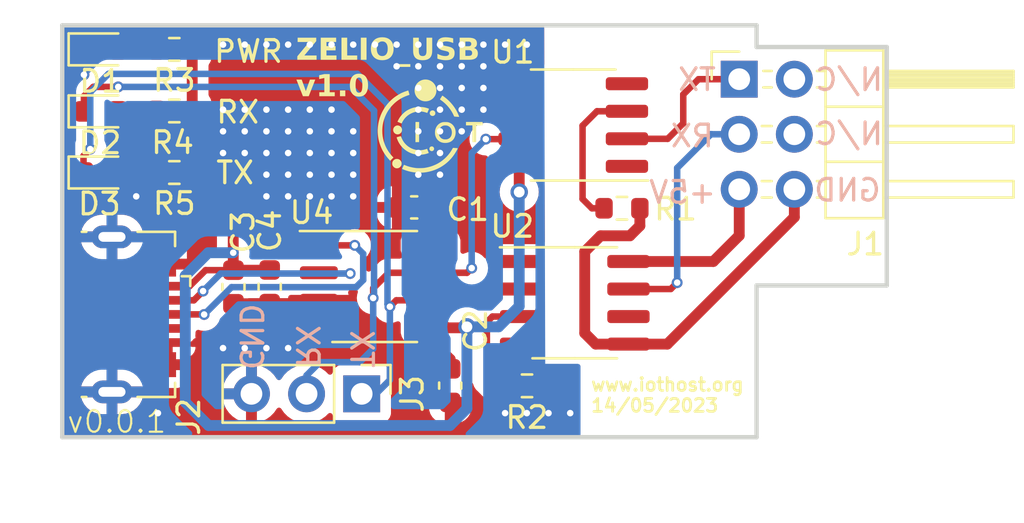
<source format=kicad_pcb>
(kicad_pcb (version 20221018) (generator pcbnew)
  (layers (0 "F.Cu" signal) (31 "B.Cu" signal) (34 "B.Paste" user) (35 "F.Paste" user) (36 "B.SilkS" user "B.Silkscreen") (37 "F.SilkS" user "F.Silkscreen") (38 "B.Mask" user) (39 "F.Mask" user) (44 "Edge.Cuts" user))
  (net 0 "")
  (net 1 "Net-(U4-V3)")
  (net 2 "GND")
  (net 3 "/+5V_USB")
  (net 4 "Net-(D1-A)")
  (net 5 "/RX")
  (net 6 "Net-(D2-A)")
  (net 7 "/TX")
  (net 8 "Net-(D3-A)")
  (net 9 "Net-(J1-Pin_1)")
  (net 11 "Net-(J1-Pin_3)")
  (net 13 "Net-(J1-Pin_5)")
  (net 14 "Earth")
  (net 15 "Net-(J2-D-)")
  (net 16 "Net-(J2-D+)")
  (net 18 "Net-(R1-Pad1)")
  (net 19 "Net-(R2-Pad1)")
  (footprint "Connector_PinHeader_2.54mm:PinHeader_2x03_P2.54mm_Horizontal" (layer "F.Cu") (at 142.79 49.595)
    (fp_text reference "J1" (at 5.81 7.605) (layer "F.SilkS"))
    (fp_text value "Con_Zelio2x3")
    (pad "1" thru_hole rect (at 0 0) (size 1.7 1.7) (drill 1) (layers "*.Cu" "*.Mask") (net 9 "Net-(J1-Pin_1)"))
    (pad "2" thru_hole oval (at 2.54 0) (size 1.7 1.7) (drill 1) (layers "*.Cu" "*.Mask"))
    (pad "3" thru_hole oval (at 0 2.54) (size 1.7 1.7) (drill 1) (layers "*.Cu" "*.Mask") (net 11 "Net-(J1-Pin_3)"))
    (pad "4" thru_hole oval (at 2.54 2.54) (size 1.7 1.7) (drill 1) (layers "*.Cu" "*.Mask"))
    (pad "5" thru_hole oval (at 0 5.08) (size 1.7 1.7) (drill 1) (layers "*.Cu" "*.Mask") (net 13 "Net-(J1-Pin_5)"))
    (pad "6" thru_hole oval (at 2.54 5.08) (size 1.7 1.7) (drill 1) (layers "*.Cu" "*.Mask") (net 14 "Earth"))
  )
  (footprint "Connector_PinHeader_2.54mm:PinHeader_1x03_P2.54mm_Vertical" (layer "F.Cu") (at 125.39 64.11 -90)
    (fp_text reference "J3" (at 0 -2.33 90) (layer "F.SilkS"))
    (fp_text value "Con_Aux_RS232")
    (pad "1" thru_hole rect (at 0 0 270) (size 1.7 1.7) (drill 1) (layers "*.Cu" "*.Mask") (net 7 "/TX"))
    (pad "2" thru_hole oval (at 0 2.54 270) (size 1.7 1.7) (drill 1) (layers "*.Cu" "*.Mask") (net 5 "/RX"))
    (pad "3" thru_hole oval (at 0 5.08 270) (size 1.7 1.7) (drill 1) (layers "*.Cu" "*.Mask") (net 2 "GND"))
  )
  (footprint "Package_SO:SO-8_3.9x4.9mm_P1.27mm" (layer "F.Cu") (at 125.99 59.16)
    (fp_text reference "U4" (at -2.91 -3.41) (layer "F.SilkS"))
    (fp_text value "CH340N/SOP8")
    (pad "1" smd roundrect (at -2.575 -1.905) (size 1.75 0.6) (layers "F.Cu" "F.Paste" "F.Mask") (net 16 "Net-(J2-D+)"))
    (pad "2" smd roundrect (at -2.575 -0.635) (size 1.75 0.6) (layers "F.Cu" "F.Paste" "F.Mask") (net 15 "Net-(J2-D-)"))
    (pad "3" smd roundrect (at -2.575 0.635) (size 1.75 0.6) (layers "F.Cu" "F.Paste" "F.Mask") (net 2 "GND"))
    (pad "4" smd roundrect (at -2.575 1.905) (size 1.75 0.6) (layers "F.Cu" "F.Paste" "F.Mask"))
    (pad "5" smd roundrect (at 2.575 1.905) (size 1.75 0.6) (layers "F.Cu" "F.Paste" "F.Mask") (net 3 "/+5V_USB"))
    (pad "6" smd roundrect (at 2.575 0.635) (size 1.75 0.6) (layers "F.Cu" "F.Paste" "F.Mask") (net 7 "/TX"))
    (pad "7" smd roundrect (at 2.575 -0.635) (size 1.75 0.6) (layers "F.Cu" "F.Paste" "F.Mask") (net 5 "/RX"))
    (pad "8" smd roundrect (at 2.575 -1.905) (size 1.75 0.6) (layers "F.Cu" "F.Paste" "F.Mask") (net 1 "Net-(U4-V3)"))
  )
  (footprint "Resistor_SMD:R_0603_1608Metric" (layer "F.Cu") (at 116.755 51.06 180)
    (fp_text reference "R4" (at 0.08 -1.46) (layer "F.SilkS"))
    (fp_text value "R0603/1K0")
    (pad "1" smd roundrect (at -0.825 0 180) (size 0.8 0.95) (layers "F.Cu" "F.Paste" "F.Mask") (net 3 "/+5V_USB"))
    (pad "2" smd roundrect (at 0.825 0 180) (size 0.8 0.95) (layers "F.Cu" "F.Paste" "F.Mask") (net 6 "Net-(D2-A)"))
  )
  (footprint "LibraryLogo:logo" (layer "F.Cu") (at 128.52 51.87)
    (fp_text reference "G***" hide)
    (fp_text value "LOGO" hide)
  )
  (footprint "LED_SMD:LED_0603_1608Metric" (layer "F.Cu") (at 113.37 51.08)
    (fp_text reference "D2" (at -0.04 1.45) (layer "F.SilkS"))
    (fp_text value "RX/YELLOW")
    (pad "1" smd roundrect (at -0.7875 0) (size 0.875 0.95) (layers "F.Cu" "F.Paste" "F.Mask") (net 5 "/RX"))
    (pad "2" smd roundrect (at 0.7875 0) (size 0.875 0.95) (layers "F.Cu" "F.Paste" "F.Mask") (net 6 "Net-(D2-A)"))
  )
  (footprint "Capacitor_SMD:C_0603_1608Metric" (layer "F.Cu") (at 127.81 55.51 180)
    (fp_text reference "C1" (at -2.465 -0.1) (layer "F.SilkS"))
    (fp_text value "C0603/100nF")
    (pad "1" smd roundrect (at -0.775 0 180) (size 0.9 0.95) (layers "F.Cu" "F.Paste" "F.Mask") (net 1 "Net-(U4-V3)"))
    (pad "2" smd roundrect (at 0.775 0 180) (size 0.9 0.95) (layers "F.Cu" "F.Paste" "F.Mask") (net 2 "GND"))
  )
  (footprint "LED_SMD:LED_0603_1608Metric" (layer "F.Cu") (at 113.37 48.22)
    (fp_text reference "D1" (at -0.01 1.47) (layer "F.SilkS"))
    (fp_text value "PWR/GREEN")
    (pad "1" smd roundrect (at -0.7875 0) (size 0.875 0.95) (layers "F.Cu" "F.Paste" "F.Mask") (net 2 "GND"))
    (pad "2" smd roundrect (at 0.7875 0) (size 0.875 0.95) (layers "F.Cu" "F.Paste" "F.Mask") (net 4 "Net-(D1-A)"))
  )
  (footprint "Package_SO:SOIC-8_3.9x4.9mm_P1.27mm" (layer "F.Cu") (at 135.14 51.71 180)
    (fp_text reference "U1" (at 2.79 3.36) (layer "F.SilkS"))
    (fp_text value "HCPL-0201")
    (pad "1" smd roundrect (at -2.475 -1.905 180) (size 1.95 0.6) (layers "F.Cu" "F.Paste" "F.Mask"))
    (pad "2" smd roundrect (at -2.475 -0.635 180) (size 1.95 0.6) (layers "F.Cu" "F.Paste" "F.Mask") (net 9 "Net-(J1-Pin_1)"))
    (pad "3" smd roundrect (at -2.475 0.635 180) (size 1.95 0.6) (layers "F.Cu" "F.Paste" "F.Mask") (net 18 "Net-(R1-Pad1)"))
    (pad "4" smd roundrect (at -2.475 1.905 180) (size 1.95 0.6) (layers "F.Cu" "F.Paste" "F.Mask"))
    (pad "5" smd roundrect (at 2.475 1.905 180) (size 1.95 0.6) (layers "F.Cu" "F.Paste" "F.Mask") (net 2 "GND"))
    (pad "6" smd roundrect (at 2.475 0.635 180) (size 1.95 0.6) (layers "F.Cu" "F.Paste" "F.Mask"))
    (pad "7" smd roundrect (at 2.475 -0.635 180) (size 1.95 0.6) (layers "F.Cu" "F.Paste" "F.Mask") (net 5 "/RX"))
    (pad "8" smd roundrect (at 2.475 -1.905 180) (size 1.95 0.6) (layers "F.Cu" "F.Paste" "F.Mask") (net 3 "/+5V_USB"))
  )
  (footprint "Package_SO:SOIC-8_3.9x4.9mm_P1.27mm" (layer "F.Cu") (at 135.21 59.91)
    (fp_text reference "U2" (at -2.88 -3.53) (layer "F.SilkS"))
    (fp_text value "HCPL-0201")
    (pad "1" smd roundrect (at -2.475 -1.905) (size 1.95 0.6) (layers "F.Cu" "F.Paste" "F.Mask"))
    (pad "2" smd roundrect (at -2.475 -0.635) (size 1.95 0.6) (layers "F.Cu" "F.Paste" "F.Mask") (net 7 "/TX"))
    (pad "3" smd roundrect (at -2.475 0.635) (size 1.95 0.6) (layers "F.Cu" "F.Paste" "F.Mask") (net 19 "Net-(R2-Pad1)"))
    (pad "4" smd roundrect (at -2.475 1.905) (size 1.95 0.6) (layers "F.Cu" "F.Paste" "F.Mask"))
    (pad "5" smd roundrect (at 2.475 1.905) (size 1.95 0.6) (layers "F.Cu" "F.Paste" "F.Mask") (net 14 "Earth"))
    (pad "6" smd roundrect (at 2.475 0.635) (size 1.95 0.6) (layers "F.Cu" "F.Paste" "F.Mask"))
    (pad "7" smd roundrect (at 2.475 -0.635) (size 1.95 0.6) (layers "F.Cu" "F.Paste" "F.Mask") (net 11 "Net-(J1-Pin_3)"))
    (pad "8" smd roundrect (at 2.475 -1.905) (size 1.95 0.6) (layers "F.Cu" "F.Paste" "F.Mask") (net 13 "Net-(J1-Pin_5)"))
  )
  (footprint "Resistor_SMD:R_0603_1608Metric" (layer "F.Cu") (at 133.01 63.74)
    (fp_text reference "R2" (at -0.01 1.46) (layer "F.SilkS"))
    (fp_text value "R2K2 0603")
    (pad "1" smd roundrect (at -0.825 0) (size 0.8 0.95) (layers "F.Cu" "F.Paste" "F.Mask") (net 19 "Net-(R2-Pad1)"))
    (pad "2" smd roundrect (at 0.825 0) (size 0.8 0.95) (layers "F.Cu" "F.Paste" "F.Mask") (net 2 "GND"))
  )
  (footprint "LibraryZelio:zelio" (layer "F.Cu") (at 111.59 66.11)
    (fp_text reference "v0.0.1" (at 2.51 -0.71 unlocked) (layer "F.SilkS") (effects (font (thickness 0.1))))
    (fp_text value "zelio")
    (fp_line (start 0 -19) (end 31.99995 -19) (stroke (width 0.2)) (layer "Edge.Cuts"))
    (fp_line (start 0 0.000021) (end 0 -19) (stroke (width 0.2)) (layer "Edge.Cuts"))
    (fp_line (start 31.99995 -19) (end 31.99995 -18) (stroke (width 0.2)) (layer "Edge.Cuts"))
    (fp_line (start 31.99995 -18) (end 37.99995 -18) (stroke (width 0.2)) (layer "Edge.Cuts"))
    (fp_line (start 31.99995 -6.99998) (end 31.99995 0.000021) (stroke (width 0.2)) (layer "Edge.Cuts"))
    (fp_line (start 31.99995 0.000021) (end 0 0.000021) (stroke (width 0.2)) (layer "Edge.Cuts"))
    (fp_line (start 37.99995 -18) (end 37.99995 -6.99998) (stroke (width 0.2)) (layer "Edge.Cuts"))
    (fp_line (start 37.99995 -6.99998) (end 31.99995 -6.99998) (stroke (width 0.2)) (layer "Edge.Cuts"))
  )
  (footprint "Capacitor_SMD:C_0603_1608Metric" (layer "F.Cu") (at 119.48 59.18 -90)
    (fp_text reference "C3" (at -2.53 -0.44 90) (layer "F.SilkS"))
    (fp_text value "C0603/100nF")
    (pad "1" smd roundrect (at -0.775 0 270) (size 0.9 0.95) (layers "F.Cu" "F.Paste" "F.Mask") (net 3 "/+5V_USB"))
    (pad "2" smd roundrect (at 0.775 0 270) (size 0.9 0.95) (layers "F.Cu" "F.Paste" "F.Mask") (net 2 "GND"))
  )
  (footprint "LED_SMD:LED_0603_1608Metric" (layer "F.Cu") (at 113.37 53.9)
    (fp_text reference "D3" (at -0.07 1.45) (layer "F.SilkS"))
    (fp_text value "TX/GREEN")
    (pad "1" smd roundrect (at -0.7875 0) (size 0.875 0.95) (layers "F.Cu" "F.Paste" "F.Mask") (net 7 "/TX"))
    (pad "2" smd roundrect (at 0.7875 0) (size 0.875 0.95) (layers "F.Cu" "F.Paste" "F.Mask") (net 8 "Net-(D3-A)"))
  )
  (footprint "Resistor_SMD:R_0603_1608Metric" (layer "F.Cu") (at 116.755 48.22 180)
    (fp_text reference "R3" (at 0 -1.43) (layer "F.SilkS"))
    (fp_text value "R0603/1K0")
    (pad "1" smd roundrect (at -0.825 0 180) (size 0.8 0.95) (layers "F.Cu" "F.Paste" "F.Mask") (net 3 "/+5V_USB"))
    (pad "2" smd roundrect (at 0.825 0 180) (size 0.8 0.95) (layers "F.Cu" "F.Paste" "F.Mask") (net 4 "Net-(D1-A)"))
  )
  (footprint "Capacitor_SMD:C_0603_1608Metric" (layer "F.Cu") (at 121.15 59.17 -90)
    (fp_text reference "C4" (at -2.58 0 90) (layer "F.SilkS"))
    (fp_text value "C0603/10uF-25V")
    (pad "1" smd roundrect (at -0.775 0 270) (size 0.9 0.95) (layers "F.Cu" "F.Paste" "F.Mask") (net 3 "/+5V_USB"))
    (pad "2" smd roundrect (at 0.775 0 270) (size 0.9 0.95) (layers "F.Cu" "F.Paste" "F.Mask") (net 2 "GND"))
  )
  (footprint "Connector_USB:USB_Micro-B_GCT_USB3076-30-A" (layer "F.Cu") (at 115.08 60.445 -90)
    (fp_text reference "J2" (at 4.725 -2.34 90) (layer "F.SilkS"))
    (fp_text value "USB_B_Mini")
    (pad "1" smd rect (at -1.3 -1.45 270) (size 0.4 1.4) (layers "F.Cu" "F.Paste" "F.Mask") (net 3 "/+5V_USB"))
    (pad "2" smd rect (at -0.65 -1.45 270) (size 0.4 1.4) (layers "F.Cu" "F.Paste" "F.Mask") (net 15 "Net-(J2-D-)"))
    (pad "3" smd rect (at 0 -1.45 270) (size 0.4 1.4) (layers "F.Cu" "F.Paste" "F.Mask") (net 16 "Net-(J2-D+)"))
    (pad "4" smd rect (at 0.65 -1.45 270) (size 0.4 1.4) (layers "F.Cu" "F.Paste" "F.Mask"))
    (pad "5" smd rect (at 1.3 -1.45 270) (size 0.4 1.4) (layers "F.Cu" "F.Paste" "F.Mask") (net 2 "GND"))
    (pad "6" thru_hole oval (at -3.575 1.2 90) (size 1.05 1.9) (drill oval 0.45 1.25) (layers "*.Cu" "*.Mask") (net 2 "GND"))
    (pad "6" smd rect (at -2.32 -1.03 270) (size 1.15 1.45) (layers "F.Cu" "F.Paste" "F.Mask") (net 2 "GND"))
    (pad "6" smd rect (at -1.125 1.2 270) (size 1.75 1.9) (layers "F.Cu" "F.Paste" "F.Mask") (net 2 "GND"))
    (pad "6" smd rect (at 1.125 1.2 270) (size 1.75 1.9) (layers "F.Cu" "F.Paste" "F.Mask") (net 2 "GND"))
    (pad "6" smd rect (at 2.32 -1.03 270) (size 1.15 1.45) (layers "F.Cu" "F.Paste" "F.Mask") (net 2 "GND"))
    (pad "6" thru_hole oval (at 3.575 1.2 270) (size 1.05 1.9) (drill oval 0.45 1.25) (layers "*.Cu" "*.Mask") (net 2 "GND"))
  )
  (footprint "Resistor_SMD:R_0603_1608Metric" (layer "F.Cu") (at 116.755 53.9 180)
    (fp_text reference "R5" (at 0 -1.43) (layer "F.SilkS"))
    (fp_text value "R0603/1K0")
    (pad "1" smd roundrect (at -0.825 0 180) (size 0.8 0.95) (layers "F.Cu" "F.Paste" "F.Mask") (net 3 "/+5V_USB"))
    (pad "2" smd roundrect (at 0.825 0 180) (size 0.8 0.95) (layers "F.Cu" "F.Paste" "F.Mask") (net 8 "Net-(D3-A)"))
  )
  (footprint "Resistor_SMD:R_0603_1608Metric" (layer "F.Cu") (at 137.385 55.55)
    (fp_text reference "R1" (at 2.47 0.04) (layer "F.SilkS"))
    (fp_text value "R2K2 0603")
    (pad "1" smd roundrect (at -0.825 0) (size 0.8 0.95) (layers "F.Cu" "F.Paste" "F.Mask") (net 18 "Net-(R1-Pad1)"))
    (pad "2" smd roundrect (at 0.825 0) (size 0.8 0.95) (layers "F.Cu" "F.Paste" "F.Mask") (net 14 "Earth"))
  )
  (footprint "Capacitor_SMD:C_0603_1608Metric" (layer "F.Cu") (at 129.47 63.73 -90)
    (fp_text reference "C2" (at -2.53 -1.17 90) (layer "F.SilkS"))
    (fp_text value "C0603/100nF")
    (pad "1" smd roundrect (at -0.775 0 270) (size 0.9 0.95) (layers "F.Cu" "F.Paste" "F.Mask") (net 3 "/+5V_USB"))
    (pad "2" smd roundrect (at 0.775 0 270) (size 0.9 0.95) (layers "F.Cu" "F.Paste" "F.Mask") (net 2 "GND"))
  )
  (gr_text "GND" (at 149.4 55.3) (layer "B.SilkS") (effects (font (size 1 1)) (justify left bottom mirror)))
  (gr_text "N/C" (at 149.5 50.2) (layer "B.SilkS") (effects (font (size 1 1)) (justify left bottom mirror)))
  (gr_text "TX" (at 124.8 63 270) (layer "B.SilkS") (effects (font (size 1 1)) (justify left bottom mirror)))
  (gr_text "N/C" (at 149.5 52.7) (layer "B.SilkS") (effects (font (size 1 1)) (justify left bottom mirror)))
  (gr_text "GND" (at 119.7 63.1 -90) (layer "B.SilkS") (effects (font (size 1 1)) (justify left bottom mirror)))
  (gr_text "+5V" (at 141.8 55.4) (layer "B.SilkS") (effects (font (size 1 1)) (justify left bottom mirror)))
  (gr_text "TX" (at 141.8 50.2) (layer "B.SilkS") (effects (font (size 1 1)) (justify left bottom mirror)))
  (gr_text "RX" (at 141.7 52.8) (layer "B.SilkS") (effects (font (size 1 1)) (justify left bottom mirror)))
  (gr_text "RX" (at 122.3 63 270) (layer "B.SilkS") (effects (font (size 1 1)) (justify left bottom mirror)))
  (gr_text "TX" (at 118.6 54.5) (layer "F.SilkS") (effects (font (size 1 1)) (justify left bottom)))
  (gr_text "PWR" (at 118.5 48.9) (layer "F.SilkS") (effects (font (size 1 1)) (justify left bottom)))
  (gr_text "www.iothost.org\n14/05/2023" (at 135.9 65) (layer "F.SilkS") (effects (font (size 0.6 0.6) (thickness 0.125)) (justify left bottom)))
  (gr_text "RX" (at 118.6 51.7) (layer "F.SilkS") (effects (font (size 1 1)) (justify left bottom)))
  (gr_text "ZELIO_USB\nv1.0" (at 122.36 50.55) (layer "F.SilkS") (effects (font (size 1 1) (thickness 0.2) bold) (justify left bottom)))
  (segment (start 128.565 57.255) (end 128.565 55.53) (width 0.5) (layer "F.Cu") (net 1))
  (segment (start 128.565 55.53) (end 128.585 55.51) (width 0.5) (layer "F.Cu") (net 1))
  (segment (start 116.53 62.345) (end 116.11 62.765) (width 0.3) (layer "F.Cu") (net 2))
  (segment (start 112.5825 49.3825) (end 112.59 49.39) (width 0.3) (layer "F.Cu") (net 2))
  (segment (start 116.53 61.745) (end 116.53 62.345) (width 0.3) (layer "F.Cu") (net 2))
  (segment (start 112.5825 48.22) (end 112.5825 49.3825) (width 0.3) (layer "F.Cu") (net 2))
  (via (at 128 54) (size 0.5) (drill 0.3) (layers "F.Cu" "B.Cu") (net 2))
  (via (at 121 55) (size 0.5) (drill 0.3) (layers "F.Cu" "B.Cu") (net 2))
  (via (at 132 65) (size 0.5) (drill 0.3) (layers "F.Cu" "B.Cu") (net 2))
  (via (at 130 50) (size 0.5) (drill 0.3) (layers "F.Cu" "B.Cu") (net 2))
  (via (at 125 55) (size 0.5) (drill 0.3) (layers "F.Cu" "B.Cu") (net 2))
  (via (at 127 48) (size 0.5) (drill 0.3) (layers "F.Cu" "B.Cu") (net 2))
  (via (at 120 48) (size 0.5) (drill 0.3) (layers "F.Cu" "B.Cu") (net 2))
  (via (at 119 51) (size 0.5) (drill 0.3) (layers "F.Cu" "B.Cu") (net 2))
  (via (at 119 62) (size 0.5) (drill 0.3) (layers "F.Cu" "B.Cu") (net 2))
  (via (at 123 48) (size 0.5) (drill 0.3) (layers "F.Cu" "B.Cu") (net 2))
  (via (at 121 51) (size 0.5) (drill 0.3) (layers "F.Cu" "B.Cu") (net 2))
  (via (at 132 48) (size 0.5) (drill 0.3) (layers "F.Cu" "B.Cu") (net 2))
  (via (at 116 65) (size 0.5) (drill 0.3) (layers "F.Cu" "B.Cu") (net 2))
  (via (at 124 48) (size 0.5) (drill 0.3) (layers "F.Cu" "B.Cu") (net 2))
  (via (at 125 52) (size 0.5) (drill 0.3) (layers "F.Cu" "B.Cu") (net 2))
  (via (at 133 65) (size 0.5) (drill 0.3) (layers "F.Cu" "B.Cu") (net 2))
  (via (at 131 50) (size 0.5) (drill 0.3) (layers "F.Cu" "B.Cu") (net 2))
  (via (at 130 49) (size 0.5) (drill 0.3) (layers "F.Cu" "B.Cu") (net 2))
  (via (at 122 55) (size 0.5) (drill 0.3) (layers "F.Cu" "B.Cu") (net 2))
  (via (at 124 54) (size 0.5) (drill 0.3) (layers "F.Cu" "B.Cu") (net 2))
  (via (at 115 55) (size 0.5) (drill 0.3) (layers "F.Cu" "B.Cu") (net 2))
  (via (at 125 48) (size 0.5) (drill 0.3) (layers "F.Cu" "B.Cu") (net 2))
  (via (at 121 54) (size 0.5) (drill 0.3) (layers "F.Cu" "B.Cu") (net 2))
  (via (at 128 49) (size 0.5) (drill 0.3) (layers "F.Cu" "B.Cu") (net 2))
  (via (at 129 53) (size 0.5) (drill 0.3) (layers "F.Cu" "B.Cu") (net 2))
  (via (at 121 62) (size 0.5) (drill 0.3) (layers "F.Cu" "B.Cu") (net 2))
  (via (at 126 48) (size 0.5) (drill 0.3) (layers "F.Cu" "B.Cu") (net 2))
  (via (at 119 52) (size 0.5) (drill 0.3) (layers "F.Cu" "B.Cu") (net 2))
  (via (at 131 49) (size 0.5) (drill 0.3) (layers "F.Cu" "B.Cu") (net 2))
  (via (at 130 51) (size 0.5) (drill 0.3) (layers "F.Cu" "B.Cu") (net 2))
  (via (at 128 50) (size 0.5) (drill 0.3) (layers "F.Cu" "B.Cu") (net 2))
  (via (at 120 62) (size 0.5) (drill 0.3) (layers "F.Cu" "B.Cu") (net 2))
  (via (at 122 48) (size 0.5) (drill 0.3) (layers "F.Cu" "B.Cu") (net 2))
  (via (at 130 48) (size 0.5) (drill 0.3) (layers "F.Cu" "B.Cu") (net 2))
  (via (at 119 53) (size 0.5) (drill 0.3) (layers "F.Cu" "B.Cu") (net 2))
  (via (at 123 53) (size 0.5) (drill 0.3) (layers "F.Cu" "B.Cu") (net 2))
  (via (at 119 48) (size 0.5) (drill 0.3) (layers "F.Cu" "B.Cu") (net 2))
  (via (at 123 51) (size 0.5) (drill 0.3) (layers "F.Cu" "B.Cu") (net 2))
  (via (at 129 49) (size 0.5) (drill 0.3) (layers "F.Cu" "B.Cu") (net 2))
  (via (at 122 62) (size 0.5) (drill 0.3) (layers "F.Cu" "B.Cu") (net 2))
  (via (at 129 54) (size 0.5) (drill 0.3) (layers "F.Cu" "B.Cu") (net 2))
  (via (at 123 55) (size 0.5) (drill 0.3) (layers "F.Cu" "B.Cu") (net 2))
  (via (at 124 52) (size 0.5) (drill 0.3) (layers "F.Cu" "B.Cu") (net 2))
  (via (at 133 48) (size 0.5) (drill 0.3) (layers "F.Cu" "B.Cu") (net 2))
  (via (at 124 53) (size 0.5) (drill 0.3) (layers "F.Cu" "B.Cu") (net 2))
  (via (at 123 54) (size 0.5) (drill 0.3) (layers "F.Cu" "B.Cu") (net 2))
  (via (at 135 65) (size 0.5) (drill 0.3) (layers "F.Cu" "B.Cu") (net 2))
  (via (at 134 65) (size 0.5) (drill 0.3) (layers "F.Cu" "B.Cu") (net 2))
  (via (at 125 53) (size 0.5) (drill 0.3) (layers "F.Cu" "B.Cu") (net 2))
  (via (at 124 55) (size 0.5) (drill 0.3) (layers "F.Cu" "B.Cu") (net 2))
  (via (at 125 54) (size 0.5) (drill 0.3) (layers "F.Cu" "B.Cu") (net 2))
  (via (at 128 48) (size 0.5) (drill 0.3) (layers "F.Cu" "B.Cu") (net 2))
  (via (at 120 51) (size 0.5) (drill 0.3) (layers "F.Cu" "B.Cu") (net 2))
  (via (at 122 54) (size 0.5) (drill 0.3) (layers "F.Cu" "B.Cu") (net 2))
  (via (at 131 48) (size 0.5) (drill 0.3) (layers "F.Cu" "B.Cu") (net 2))
  (via (at 130 52) (size 0.5) (drill 0.3) (layers "F.Cu" "B.Cu") (net 2))
  (via (at 129 50) (size 0.5) (drill 0.3) (layers "F.Cu" "B.Cu") (net 2))
  (via (at 123 52) (size 0.5) (drill 0.3) (layers "F.Cu" "B.Cu") (net 2))
  (via (at 131 51) (size 0.5) (drill 0.3) (layers "F.Cu" "B.Cu") (net 2))
  (via (at 121 48) (size 0.5) (drill 0.3) (layers "F.Cu" "B.Cu") (net 2))
  (via (at 128 52) (size 0.5) (drill 0.3) (layers "F.Cu" "B.Cu") (net 2))
  (via (at 124 51) (size 0.5) (drill 0.3) (layers "F.Cu" "B.Cu") (net 2))
  (via (at 128 53) (size 0.5) (drill 0.3) (layers "F.Cu" "B.Cu") (net 2))
  (via (at 129 48) (size 0.5) (drill 0.3) (layers "F.Cu" "B.Cu") (net 2))
  (via (at 128 51) (size 0.5) (drill 0.3) (layers "F.Cu" "B.Cu") (net 2))
  (via (at 120 52) (size 0.5) (drill 0.3) (layers "F.Cu" "B.Cu") (net 2))
  (via (at 127 49) (size 0.5) (drill 0.3) (layers "F.Cu" "B.Cu") (net 2))
  (via (at 129 52) (size 0.5) (drill 0.3) (layers "F.Cu" "B.Cu") (net 2))
  (via (at 129 51) (size 0.5) (drill 0.3) (layers "F.Cu" "B.Cu") (net 2))
  (via (at 122 51) (size 0.5) (drill 0.3) (layers "F.Cu" "B.Cu") (net 2))
  (via (at 112.59 49.39) (size 0.5) (drill 0.3) (layers "F.Cu" "B.Cu") (net 2))
  (via (at 122 53) (size 0.5) (drill 0.3) (layers "F.Cu" "B.Cu") (net 2))
  (via (at 121 52) (size 0.5) (drill 0.3) (layers "F.Cu" "B.Cu") (net 2))
  (via (at 121 53) (size 0.5) (drill 0.3) (layers "F.Cu" "B.Cu") (net 2))
  (via (at 120 53) (size 0.5) (drill 0.3) (layers "F.Cu" "B.Cu") (net 2))
  (via (at 122 52) (size 0.5) (drill 0.3) (layers "F.Cu" "B.Cu") (net 2))
  (segment (start 112.61 56.87) (end 113.88 56.87) (width 0.3) (layer "B.Cu") (net 2))
  (segment (start 112.59 49.39) (end 112.39 49.39) (width 0.3) (layer "B.Cu") (net 2))
  (segment (start 112.04 49.74) (end 112.04 56.3) (width 0.3) (layer "B.Cu") (net 2))
  (segment (start 112.39 49.39) (end 112.04 49.74) (width 0.3) (layer "B.Cu") (net 2))
  (segment (start 112.04 56.3) (end 112.61 56.87) (width 0.3) (layer "B.Cu") (net 2))
  (segment (start 117.58 48.22) (end 117.58 51.06) (width 0.5) (layer "F.Cu") (net 3))
  (segment (start 117.58 53.9) (end 118.55 53.9) (width 0.5) (layer "F.Cu") (net 3))
  (segment (start 132.65 54.8) (end 132.65 53.63) (width 0.5) (layer "F.Cu") (net 3))
  (segment (start 132.65 53.63) (end 132.665 53.615) (width 0.5) (layer "F.Cu") (net 3))
  (segment (start 119.48 58.405) (end 121.14 58.405) (width 0.5) (layer "F.Cu") (net 3))
  (segment (start 129.47 62.52) (end 129.47 62.955) (width 0.5) (layer "F.Cu") (net 3))
  (segment (start 118.55 53.9) (end 119.47 54.82) (width 0.5) (layer "F.Cu") (net 3))
  (segment (start 128.565 61.615) (end 129.47 62.52) (width 0.5) (layer "F.Cu") (net 3))
  (segment (start 119.47 54.82) (end 119.47 58.395) (width 0.5) (layer "F.Cu") (net 3))
  (segment (start 121.14 58.405) (end 121.15 58.395) (width 0.5) (layer "F.Cu") (net 3))
  (segment (start 119.47 58.395) (end 119.48 58.405) (width 0.5) (layer "F.Cu") (net 3))
  (segment (start 128.565 61.065) (end 130.195 61.065) (width 0.5) (layer "F.Cu") (net 3))
  (segment (start 116.53 59.145) (end 117.456471 59.145) (width 0.3) (layer "F.Cu") (net 3))
  (segment (start 117.456471 59.145) (end 118.196471 58.405) (width 0.3) (layer "F.Cu") (net 3))
  (segment (start 117.58 51.06) (end 117.58 53.9) (width 0.5) (layer "F.Cu") (net 3))
  (segment (start 130.195 61.065) (end 130.24 61.02) (width 0.5) (layer "F.Cu") (net 3))
  (segment (start 128.565 61.065) (end 128.565 61.615) (width 0.5) (layer "F.Cu") (net 3))
  (segment (start 118.196471 58.405) (end 119.48 58.405) (width 0.3) (layer "F.Cu") (net 3))
  (via (at 130.24 61.02) (size 0.8) (drill 0.5) (layers "F.Cu" "B.Cu") (net 3))
  (via (at 132.65 54.8) (size 0.8) (drill 0.5) (layers "F.Cu" "B.Cu") (net 3))
  (via (at 119.47 57.6) (size 0.5) (drill 0.3) (layers "F.Cu" "B.Cu") (net 3))
  (segment (start 130.24 61.02) (end 130.24 64.79) (width 0.5) (layer "B.Cu") (net 3))
  (segment (start 130.24 64.79) (end 129.46 65.57) (width 0.5) (layer "B.Cu") (net 3))
  (segment (start 130.24 61.02) (end 131.7 61.02) (width 0.5) (layer "B.Cu") (net 3))
  (segment (start 129.46 65.57) (end 118.33 65.57) (width 0.5) (layer "B.Cu") (net 3))
  (segment (start 132.65 60.07) (end 132.65 54.8) (width 0.5) (layer "B.Cu") (net 3))
  (segment (start 118.33 65.57) (end 117.26 64.5) (width 0.5) (layer "B.Cu") (net 3))
  (segment (start 117.26 58.66) (end 118.32 57.6) (width 0.5) (layer "B.Cu") (net 3))
  (segment (start 117.26 64.5) (end 117.26 58.66) (width 0.5) (layer "B.Cu") (net 3))
  (segment (start 131.7 61.02) (end 132.65 60.07) (width 0.5) (layer "B.Cu") (net 3))
  (segment (start 118.32 57.6) (end 119.47 57.6) (width 0.5) (layer "B.Cu") (net 3))
  (segment (start 114.1575 48.22) (end 115.93 48.22) (width 0.5) (layer "F.Cu") (net 4))
  (segment (start 130.245 58.525) (end 130.46 58.31) (width 0.3) (layer "F.Cu") (net 5))
  (segment (start 126 59.16) (end 125.92 59.24) (width 0.3) (layer "F.Cu") (net 5))
  (segment (start 114.17 49.95) (end 113.02 49.95) (width 0.3) (layer "F.Cu") (net 5))
  (segment (start 132.65 52.36) (end 132.665 52.345) (width 0.3) (layer "F.Cu") (net 5))
  (segment (start 126.635 58.525) (end 126 59.16) (width 0.3) (layer "F.Cu") (net 5))
  (segment (start 131.11 52.36) (end 132.65 52.36) (width 0.3) (layer "F.Cu") (net 5))
  (segment (start 128.565 58.525) (end 126.635 58.525) (width 0.3) (layer "F.Cu") (net 5))
  (segment (start 128.565 58.525) (end 130.245 58.525) (width 0.3) (layer "F.Cu") (net 5))
  (segment (start 125.92 59.24) (end 125.92 59.69) (width 0.3) (layer "F.Cu") (net 5))
  (segment (start 113.02 49.95) (end 112.59 50.38) (width 0.3) (layer "F.Cu") (net 5))
  (segment (start 112.59 51.0725) (end 112.5825 51.08) (width 0.3) (layer "F.Cu") (net 5))
  (segment (start 112.59 50.38) (end 112.59 51.0725) (width 0.3) (layer "F.Cu") (net 5))
  (via (at 131.11 52.36) (size 0.5) (drill 0.3) (layers "F.Cu" "B.Cu") (net 5))
  (via (at 130.46 58.31) (size 0.5) (drill 0.3) (layers "F.Cu" "B.Cu") (net 5))
  (via (at 114.17 49.95) (size 0.5) (drill 0.3) (layers "F.Cu" "B.Cu") (net 5))
  (via (at 125.92 59.69) (size 0.5) (drill 0.3) (layers "F.Cu" "B.Cu") (net 5))
  (segment (start 122.85 63.26) (end 122.85 64.11) (width 0.3) (layer "B.Cu") (net 5))
  (segment (start 125.92 59.69) (end 125.92 62.03) (width 0.3) (layer "B.Cu") (net 5))
  (segment (start 125.92 62.03) (end 125.3 62.65) (width 0.3) (layer "B.Cu") (net 5))
  (segment (start 125.96 51.05) (end 125.96 59.65) (width 0.3) (layer "B.Cu") (net 5))
  (segment (start 130.46 58.31) (end 130.46 53.01) (width 0.3) (layer "B.Cu") (net 5))
  (segment (start 114.17 49.95) (end 124.86 49.95) (width 0.3) (layer "B.Cu") (net 5))
  (segment (start 123.46 62.65) (end 122.85 63.26) (width 0.3) (layer "B.Cu") (net 5))
  (segment (start 125.3 62.65) (end 123.46 62.65) (width 0.3) (layer "B.Cu") (net 5))
  (segment (start 124.86 49.95) (end 125.96 51.05) (width 0.3) (layer "B.Cu") (net 5))
  (segment (start 130.46 53.01) (end 131.11 52.36) (width 0.3) (layer "B.Cu") (net 5))
  (segment (start 125.96 59.65) (end 125.92 59.69) (width 0.3) (layer "B.Cu") (net 5))
  (segment (start 114.1575 51.08) (end 115.91 51.08) (width 0.5) (layer "F.Cu") (net 6))
  (segment (start 115.91 51.08) (end 115.93 51.06) (width 0.5) (layer "F.Cu") (net 6))
  (segment (start 112.88 52.82) (end 112.57 53.13) (width 0.3) (layer "F.Cu") (net 7))
  (segment (start 112.57 53.8875) (end 112.5825 53.9) (width 0.3) (layer "F.Cu") (net 7))
  (segment (start 128.565 59.795) (end 130.515 59.795) (width 0.3) (layer "F.Cu") (net 7))
  (segment (start 128.565 59.795) (end 126.985 59.795) (width 0.3) (layer "F.Cu") (net 7))
  (segment (start 131.035 59.275) (end 132.735 59.275) (width 0.3) (layer "F.Cu") (net 7))
  (segment (start 126.985 59.795) (end 126.69 60.09) (width 0.3) (layer "F.Cu") (net 7))
  (segment (start 112.57 53.13) (end 112.57 53.8875) (width 0.3) (layer "F.Cu") (net 7))
  (segment (start 130.515 59.795) (end 131.035 59.275) (width 0.3) (layer "F.Cu") (net 7))
  (via (at 112.88 52.82) (size 0.5) (drill 0.3) (layers "F.Cu" "B.Cu") (net 7))
  (via (at 126.69 60.09) (size 0.5) (drill 0.3) (layers "F.Cu" "B.Cu") (net 7))
  (segment (start 113.72 49.35) (end 112.88 50.19) (width 0.3) (layer "B.Cu") (net 7))
  (segment (start 125.19 49.35) (end 113.72 49.35) (width 0.3) (layer "B.Cu") (net 7))
  (segment (start 126.58 50.74) (end 125.19 49.35) (width 0.3) (layer "B.Cu") (net 7))
  (segment (start 126.58 59.98) (end 126.58 50.74) (width 0.3) (layer "B.Cu") (net 7))
  (segment (start 126.69 60.09) (end 126.58 59.98) (width 0.3) (layer "B.Cu") (net 7))
  (segment (start 126.69 60.09) (end 126.69 63.47) (width 0.3) (layer "B.Cu") (net 7))
  (segment (start 126.05 64.11) (end 125.39 64.11) (width 0.3) (layer "B.Cu") (net 7))
  (segment (start 126.69 63.47) (end 126.05 64.11) (width 0.3) (layer "B.Cu") (net 7))
  (segment (start 112.88 50.19) (end 112.88 52.82) (width 0.3) (layer "B.Cu") (net 7))
  (segment (start 114.1575 53.9) (end 115.93 53.9) (width 0.5) (layer "F.Cu") (net 8))
  (segment (start 140.915 49.595) (end 142.79 49.595) (width 0.3) (layer "F.Cu") (net 9))
  (segment (start 137.615 52.345) (end 139.495 52.345) (width 0.3) (layer "F.Cu") (net 9))
  (segment (start 140.21 51.63) (end 140.21 50.3) (width 0.3) (layer "F.Cu") (net 9))
  (segment (start 139.495 52.345) (end 140.21 51.63) (width 0.3) (layer "F.Cu") (net 9))
  (segment (start 140.21 50.3) (end 140.915 49.595) (width 0.3) (layer "F.Cu") (net 9))
  (segment (start 139.635 59.275) (end 139.93 58.98) (width 0.3) (layer "F.Cu") (net 11))
  (segment (start 137.685 59.275) (end 139.635 59.275) (width 0.3) (layer "F.Cu") (net 11))
  (via (at 139.93 58.98) (size 0.5) (drill 0.3) (layers "F.Cu" "B.Cu") (net 11))
  (segment (start 139.93 58.98) (end 139.93 53.69) (width 0.3) (layer "B.Cu") (net 11))
  (segment (start 139.93 53.69) (end 141.49 52.13) (width 0.3) (layer "B.Cu") (net 11))
  (segment (start 141.49 52.13) (end 141.495 52.135) (width 0.3) (layer "B.Cu") (net 11))
  (segment (start 141.495 52.135) (end 142.79 52.135) (width 0.3) (layer "B.Cu") (net 11))
  (segment (start 141.595 58.005) (end 142.79 56.81) (width 0.5) (layer "F.Cu") (net 13))
  (segment (start 137.685 58.005) (end 141.595 58.005) (width 0.5) (layer "F.Cu") (net 13))
  (segment (start 142.79 56.81) (end 142.79 54.675) (width 0.5) (layer "F.Cu") (net 13))
  (segment (start 136.4 56.82) (end 137.75 56.82) (width 0.5) (layer "F.Cu") (net 14))
  (segment (start 138.21 56.36) (end 138.21 55.55) (width 0.5) (layer "F.Cu") (net 14))
  (segment (start 137.685 61.815) (end 136.175 61.815) (width 0.5) (layer "F.Cu") (net 14))
  (segment (start 135.67 57.55) (end 136.4 56.82) (width 0.5) (layer "F.Cu") (net 14))
  (segment (start 135.67 61.31) (end 135.67 57.55) (width 0.5) (layer "F.Cu") (net 14))
  (segment (start 137.75 56.82) (end 138.21 56.36) (width 0.5) (layer "F.Cu") (net 14))
  (segment (start 139.475 61.815) (end 137.685 61.815) (width 0.5) (layer "F.Cu") (net 14))
  (segment (start 145.33 55.96) (end 139.475 61.815) (width 0.5) (layer "F.Cu") (net 14))
  (segment (start 145.33 54.675) (end 145.33 55.96) (width 0.5) (layer "F.Cu") (net 14))
  (segment (start 136.175 61.815) (end 135.67 61.31) (width 0.5) (layer "F.Cu") (net 14))
  (segment (start 124.86 58.56) (end 123.45 58.56) (width 0.3) (layer "F.Cu") (net 15))
  (segment (start 123.45 58.56) (end 123.415 58.525) (width 0.3) (layer "F.Cu") (net 15))
  (segment (start 116.53 59.795) (end 117.655 59.795) (width 0.3) (layer "F.Cu") (net 15))
  (segment (start 117.655 59.795) (end 118.08 59.37) (width 0.3) (layer "F.Cu") (net 15))
  (via (at 124.86 58.56) (size 0.5) (drill 0.3) (layers "F.Cu" "B.Cu") (net 15))
  (via (at 118.08 59.37) (size 0.5) (drill 0.3) (layers "F.Cu" "B.Cu") (net 15))
  (segment (start 118.89 58.56) (end 124.86 58.56) (width 0.3) (layer "B.Cu") (net 15))
  (segment (start 118.08 59.37) (end 118.89 58.56) (width 0.3) (layer "B.Cu") (net 15))
  (segment (start 116.53 60.445) (end 118.125 60.445) (width 0.3) (layer "F.Cu") (net 16))
  (segment (start 118.125 60.445) (end 118.13 60.45) (width 0.3) (layer "F.Cu") (net 16))
  (segment (start 123.42 57.26) (end 123.415 57.255) (width 0.3) (layer "F.Cu") (net 16))
  (segment (start 125.07 57.26) (end 123.42 57.26) (width 0.3) (layer "F.Cu") (net 16))
  (via (at 125.07 57.26) (size 0.5) (drill 0.3) (layers "F.Cu" "B.Cu") (net 16))
  (via (at 118.13 60.45) (size 0.5) (drill 0.3) (layers "F.Cu" "B.Cu") (net 16))
  (segment (start 119.39 59.19) (end 125.13 59.19) (width 0.3) (layer "B.Cu") (net 16))
  (segment (start 125.13 59.19) (end 125.46 58.86) (width 0.3) (layer "B.Cu") (net 16))
  (segment (start 118.13 60.45) (end 119.39 59.19) (width 0.3) (layer "B.Cu") (net 16))
  (segment (start 125.46 58.86) (end 125.46 57.65) (width 0.3) (layer "B.Cu") (net 16))
  (segment (start 125.46 57.65) (end 125.07 57.26) (width 0.3) (layer "B.Cu") (net 16))
  (segment (start 135.57 51.74) (end 135.57 55.12) (width 0.3) (layer "F.Cu") (net 18))
  (segment (start 136.235 51.075) (end 135.57 51.74) (width 0.3) (layer "F.Cu") (net 18))
  (segment (start 137.615 51.075) (end 136.235 51.075) (width 0.3) (layer "F.Cu") (net 18))
  (segment (start 136 55.55) (end 136.56 55.55) (width 0.3) (layer "F.Cu") (net 18))
  (segment (start 135.57 55.12) (end 136 55.55) (width 0.3) (layer "F.Cu") (net 18))
  (segment (start 131.16 63.49) (end 131.41 63.74) (width 0.3) (layer "F.Cu") (net 19))
  (segment (start 131.415 60.545) (end 131.16 60.8) (width 0.3) (layer "F.Cu") (net 19))
  (segment (start 131.41 63.74) (end 132.185 63.74) (width 0.3) (layer "F.Cu") (net 19))
  (segment (start 131.16 60.8) (end 131.16 63.49) (width 0.3) (layer "F.Cu") (net 19))
  (segment (start 132.735 60.545) (end 131.415 60.545) (width 0.3) (layer "F.Cu") (net 19))
  (zone (net 2) (net_name "GND") (layer "F.Cu") (connect_pads (clearance 0.5)) (min_thickness 0.25) (fill yes (thermal_gap 0.5) (thermal_bridge_width 0.5))
    (polygon (pts (xy 111.6 47.14) (xy 133.8 47.11) (xy 133.84 62.74) (xy 135.47 62.74) (xy 135.47 66.15) (xy 111.6 66.11)))
  )
  (zone (net 2) (net_name "GND") (layer "B.Cu") (priority 1) (connect_pads (clearance 0.5)) (min_thickness 0.25) (fill yes (thermal_gap 0.5) (thermal_bridge_width 0.5))
    (polygon (pts (xy 111.6 47.15) (xy 133.8 47.125) (xy 133.85 62.725) (xy 135.475 62.725) (xy 135.475 66.1) (xy 111.625 66.05)))
  )
)
</source>
